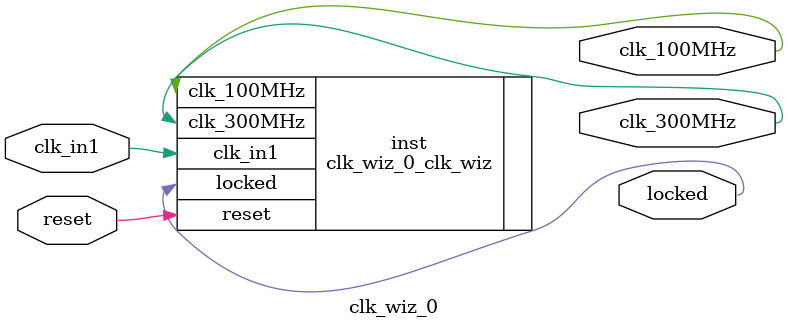
<source format=v>


`timescale 1ps/1ps

(* CORE_GENERATION_INFO = "clk_wiz_0,clk_wiz_v6_0_13_0_0,{component_name=clk_wiz_0,use_phase_alignment=true,use_min_o_jitter=false,use_max_i_jitter=false,use_dyn_phase_shift=false,use_inclk_switchover=false,use_dyn_reconfig=false,enable_axi=0,feedback_source=FDBK_AUTO,PRIMITIVE=PLL,num_out_clk=2,clkin1_period=10.000,clkin2_period=10.000,use_power_down=false,use_reset=true,use_locked=true,use_inclk_stopped=false,feedback_type=SINGLE,CLOCK_MGR_TYPE=NA,manual_override=false}" *)

module clk_wiz_0 
 (
  // Clock out ports
  output        clk_100MHz,
  output        clk_300MHz,
  // Status and control signals
  input         reset,
  output        locked,
 // Clock in ports
  input         clk_in1
 );

  clk_wiz_0_clk_wiz inst
  (
  // Clock out ports  
  .clk_100MHz(clk_100MHz),
  .clk_300MHz(clk_300MHz),
  // Status and control signals               
  .reset(reset), 
  .locked(locked),
 // Clock in ports
  .clk_in1(clk_in1)
  );

endmodule

</source>
